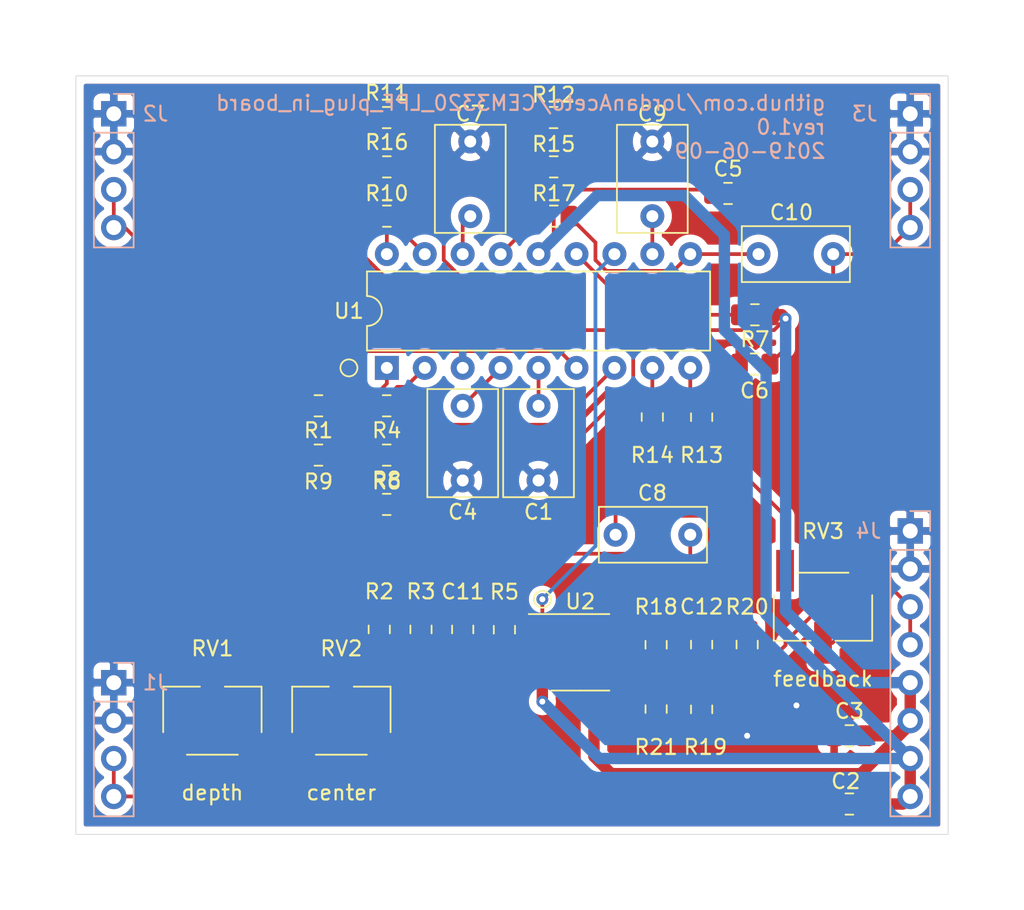
<source format=kicad_pcb>
(kicad_pcb (version 20171130) (host pcbnew 5.1.2-f72e74a~84~ubuntu18.04.1)
  (title_block (title "CEM3320 LPF plug-in board") (date 2019-06-09) (rev 1) (comment 2 creativecommons.org/licenses/by/4.0/) (comment 3 "License: CC by 4.0") (comment 4 "Author: Jordan Aceto"))
  (layers (0 F.Cu signal) (31 B.Cu signal) (34 B.Paste user) (35 F.Paste user) (36 B.SilkS user) (37 F.SilkS user) (38 B.Mask user) (39 F.Mask user) (44 Edge.Cuts user))
  (net 0 "")
  (net 1 GND)
  (net 2 "Net-(C1-Pad1)")
  (net 3 +12V)
  (net 4 -12V)
  (net 5 "Net-(C4-Pad1)")
  (net 6 "Net-(C7-Pad1)")
  (net 7 "Net-(C8-Pad2)")
  (net 8 "Net-(C9-Pad1)")
  (net 9 "Net-(C10-Pad2)")
  (net 10 /wet)
  (net 11 "Net-(J1-Pad3)")
  (net 12 /dry)
  (net 13 "Net-(J4-Pad3)")
  (net 14 "Net-(R1-Pad1)")
  (net 15 "Net-(R2-Pad2)")
  (net 16 "Net-(R3-Pad1)")
  (net 17 "Net-(R4-Pad1)")
  (net 18 "Net-(R6-Pad1)")
  (net 19 "Net-(R7-Pad2)")
  (net 20 "Net-(R10-Pad2)")
  (net 21 "Net-(R10-Pad1)")
  (net 22 "Net-(R12-Pad1)")
  (net 23 "Net-(R13-Pad2)")
  (net 24 "Net-(R13-Pad1)")
  (net 25 "Net-(R14-Pad2)")
  (net 26 "Net-(R15-Pad1)")
  (net 27 "Net-(R19-Pad1)")
  (net 28 "Net-(C11-Pad2)")
  (net 29 "Net-(C11-Pad1)")
  (net 30 "Net-(C12-Pad1)")
  (net 31 "Net-(C12-Pad2)")
  (module Capacitor_SMD:C_0805_2012Metric_Pad1.15x1.40mm_HandSolder (layer F.Cu) (at 168.91 114.291 270)
    (fp_text reference C12 (at -2.54 0 180) (layer F.SilkS))
    (fp_text value 100pF)
    (pad 2 smd roundrect (at 1.025 0 270) (size 1.15 1.4) (layers F.Cu F.Paste F.Mask) (roundrect_rratio 0.217391) (net 31 "Net-(C12-Pad2)"))
    (pad 1 smd roundrect (at -1.025 0 270) (size 1.15 1.4) (layers F.Cu F.Paste F.Mask) (roundrect_rratio 0.217391) (net 30 "Net-(C12-Pad1)"))
  )
  (module Capacitor_SMD:C_0805_2012Metric_Pad1.15x1.40mm_HandSolder (layer F.Cu) (at 152.908 113.275 90)
    (fp_text reference C11 (at 2.531 0 180) (layer F.SilkS))
    (fp_text value 100pF)
    (pad 2 smd roundrect (at 1.025 0 90) (size 1.15 1.4) (layers F.Cu F.Paste F.Mask) (roundrect_rratio 0.217391) (net 28 "Net-(C11-Pad2)"))
    (pad 1 smd roundrect (at -1.025 0 90) (size 1.15 1.4) (layers F.Cu F.Paste F.Mask) (roundrect_rratio 0.217391) (net 29 "Net-(C11-Pad1)"))
  )
  (module Package_SO:SOIC-8_3.9x4.9mm_P1.27mm (layer F.Cu) (at 160.782 114.808)
    (fp_text reference U2 (at 0 -3.4) (layer F.SilkS))
    (fp_text value TL072)
    (pad 8 smd roundrect (at 2.475 -1.905) (size 1.95 0.6) (layers F.Cu F.Paste F.Mask) (net 4 -12V))
    (pad 7 smd roundrect (at 2.475 -0.635) (size 1.95 0.6) (layers F.Cu F.Paste F.Mask) (net 30 "Net-(C12-Pad1)"))
    (pad 6 smd roundrect (at 2.475 0.635) (size 1.95 0.6) (layers F.Cu F.Paste F.Mask) (net 31 "Net-(C12-Pad2)"))
    (pad 5 smd roundrect (at 2.475 1.905) (size 1.95 0.6) (layers F.Cu F.Paste F.Mask) (net 27 "Net-(R19-Pad1)"))
    (pad 4 smd roundrect (at -2.475 1.905) (size 1.95 0.6) (layers F.Cu F.Paste F.Mask) (net 3 +12V))
    (pad 3 smd roundrect (at -2.475 0.635) (size 1.95 0.6) (layers F.Cu F.Paste F.Mask) (net 1 GND))
    (pad 2 smd roundrect (at -2.475 -0.635) (size 1.95 0.6) (layers F.Cu F.Paste F.Mask) (net 29 "Net-(C11-Pad1)"))
    (pad 1 smd roundrect (at -2.475 -1.905) (size 1.95 0.6) (layers F.Cu F.Paste F.Mask) (net 28 "Net-(C11-Pad2)"))
  )
  (module Package_DIP:DIP-18_W7.62mm (layer F.Cu) (at 147.828 95.758 90)
    (fp_text reference U1 (at 3.81 -2.54 180) (layer F.SilkS))
    (fp_text value CEM3320)
    (pad 18 thru_hole oval (at 7.62 0 90) (size 1.6 1.6) (drill 0.8) (layers *.Cu *.Mask) (net 26 "Net-(R15-Pad1)"))
    (pad 9 thru_hole oval (at 0 20.32 90) (size 1.6 1.6) (drill 0.8) (layers *.Cu *.Mask) (net 24 "Net-(R13-Pad1)"))
    (pad 17 thru_hole oval (at 7.62 2.54 90) (size 1.6 1.6) (drill 0.8) (layers *.Cu *.Mask) (net 21 "Net-(R10-Pad1)"))
    (pad 8 thru_hole oval (at 0 17.78 90) (size 1.6 1.6) (drill 0.8) (layers *.Cu *.Mask) (net 25 "Net-(R14-Pad2)"))
    (pad 16 thru_hole oval (at 7.62 5.08 90) (size 1.6 1.6) (drill 0.8) (layers *.Cu *.Mask) (net 6 "Net-(C7-Pad1)"))
    (pad 7 thru_hole oval (at 0 15.24 90) (size 1.6 1.6) (drill 0.8) (layers *.Cu *.Mask) (net 17 "Net-(R4-Pad1)"))
    (pad 15 thru_hole oval (at 7.62 7.62 90) (size 1.6 1.6) (drill 0.8) (layers *.Cu *.Mask) (net 22 "Net-(R12-Pad1)"))
    (pad 6 thru_hole oval (at 0 12.7 90) (size 1.6 1.6) (drill 0.8) (layers *.Cu *.Mask) (net 20 "Net-(R10-Pad2)"))
    (pad 14 thru_hole oval (at 7.62 10.16 90) (size 1.6 1.6) (drill 0.8) (layers *.Cu *.Mask) (net 3 +12V))
    (pad 5 thru_hole oval (at 0 10.16 90) (size 1.6 1.6) (drill 0.8) (layers *.Cu *.Mask) (net 2 "Net-(C1-Pad1)"))
    (pad 13 thru_hole oval (at 7.62 12.7 90) (size 1.6 1.6) (drill 0.8) (layers *.Cu *.Mask) (net 19 "Net-(R7-Pad2)"))
    (pad 4 thru_hole oval (at 0 7.62 90) (size 1.6 1.6) (drill 0.8) (layers *.Cu *.Mask) (net 5 "Net-(C4-Pad1)"))
    (pad 12 thru_hole oval (at 7.62 15.24 90) (size 1.6 1.6) (drill 0.8) (layers *.Cu *.Mask) (net 28 "Net-(C11-Pad2)"))
    (pad 3 thru_hole oval (at 0 5.08 90) (size 1.6 1.6) (drill 0.8) (layers *.Cu *.Mask) (net 1 GND))
    (pad 11 thru_hole oval (at 7.62 17.78 90) (size 1.6 1.6) (drill 0.8) (layers *.Cu *.Mask) (net 8 "Net-(C9-Pad1)"))
    (pad 2 thru_hole oval (at 0 2.54 90) (size 1.6 1.6) (drill 0.8) (layers *.Cu *.Mask) (net 18 "Net-(R6-Pad1)"))
    (pad 10 thru_hole oval (at 7.62 20.32 90) (size 1.6 1.6) (drill 0.8) (layers *.Cu *.Mask) (net 9 "Net-(C10-Pad2)"))
    (pad 1 thru_hole rect (at 0 0 90) (size 1.6 1.6) (drill 0.8) (layers *.Cu *.Mask) (net 14 "Net-(R1-Pad1)"))
  )
  (module Potentiometer_SMD:Potentiometer_Bourns_3269W_Vertical (layer F.Cu) (at 177.038 111.76)
    (fp_text reference RV3 (at 0 -5.06) (layer F.SilkS))
    (fp_text value 100k)
    (pad 3 smd rect (at -2.54 -2.415) (size 1.19 2.79) (layers F.Cu F.Paste F.Mask) (net 23 "Net-(R13-Pad2)"))
    (pad 2 smd rect (at 0 2.415) (size 1.19 2.79) (layers F.Cu F.Paste F.Mask) (net 13 "Net-(J4-Pad3)"))
    (pad 1 smd rect (at 2.54 -2.415) (size 1.19 2.79) (layers F.Cu F.Paste F.Mask) (net 13 "Net-(J4-Pad3)"))
  )
  (module Potentiometer_SMD:Potentiometer_Bourns_3269W_Vertical (layer F.Cu) (at 144.78 119.38 180)
    (fp_text reference RV2 (at 0 4.826) (layer F.SilkS))
    (fp_text value 100k)
    (pad 3 smd rect (at -2.54 -2.415 180) (size 1.19 2.79) (layers F.Cu F.Paste F.Mask) (net 1 GND))
    (pad 2 smd rect (at 0 2.415 180) (size 1.19 2.79) (layers F.Cu F.Paste F.Mask) (net 16 "Net-(R3-Pad1)"))
    (pad 1 smd rect (at 2.54 -2.415 180) (size 1.19 2.79) (layers F.Cu F.Paste F.Mask) (net 4 -12V))
  )
  (module Potentiometer_SMD:Potentiometer_Bourns_3269W_Vertical (layer F.Cu) (at 136.144 119.38 180)
    (fp_text reference RV1 (at 0 4.826) (layer F.SilkS))
    (fp_text value 10k)
    (pad 3 smd rect (at -2.54 -2.415 180) (size 1.19 2.79) (layers F.Cu F.Paste F.Mask) (net 11 "Net-(J1-Pad3)"))
    (pad 2 smd rect (at 0 2.415 180) (size 1.19 2.79) (layers F.Cu F.Paste F.Mask) (net 15 "Net-(R2-Pad2)"))
    (pad 1 smd rect (at 2.54 -2.415 180) (size 1.19 2.79) (layers F.Cu F.Paste F.Mask) (net 1 GND))
  )
  (module Resistor_SMD:R_0805_2012Metric_Pad1.15x1.40mm_HandSolder (layer F.Cu) (at 165.862 118.609 90)
    (fp_text reference R21 (at -2.549 0 180) (layer F.SilkS))
    (fp_text value 100k)
    (pad 2 smd roundrect (at 1.025 0 90) (size 1.15 1.4) (layers F.Cu F.Paste F.Mask) (roundrect_rratio 0.217391) (net 10 /wet))
    (pad 1 smd roundrect (at -1.025 0 90) (size 1.15 1.4) (layers F.Cu F.Paste F.Mask) (roundrect_rratio 0.217391) (net 27 "Net-(R19-Pad1)"))
  )
  (module Resistor_SMD:R_0805_2012Metric_Pad1.15x1.40mm_HandSolder (layer F.Cu) (at 171.958 114.291 270)
    (fp_text reference R20 (at -2.531 0 180) (layer F.SilkS))
    (fp_text value 150k)
    (pad 2 smd roundrect (at 1.025 0 270) (size 1.15 1.4) (layers F.Cu F.Paste F.Mask) (roundrect_rratio 0.217391) (net 31 "Net-(C12-Pad2)"))
    (pad 1 smd roundrect (at -1.025 0 270) (size 1.15 1.4) (layers F.Cu F.Paste F.Mask) (roundrect_rratio 0.217391) (net 12 /dry))
  )
  (module Resistor_SMD:R_0805_2012Metric_Pad1.15x1.40mm_HandSolder (layer F.Cu) (at 168.91 118.627 90)
    (fp_text reference R19 (at -2.531 0.254 180) (layer F.SilkS))
    (fp_text value 100k)
    (pad 2 smd roundrect (at 1.025 0 90) (size 1.15 1.4) (layers F.Cu F.Paste F.Mask) (roundrect_rratio 0.217391) (net 1 GND))
    (pad 1 smd roundrect (at -1.025 0 90) (size 1.15 1.4) (layers F.Cu F.Paste F.Mask) (roundrect_rratio 0.217391) (net 27 "Net-(R19-Pad1)"))
  )
  (module Resistor_SMD:R_0805_2012Metric_Pad1.15x1.40mm_HandSolder (layer F.Cu) (at 165.862 114.3 270)
    (fp_text reference R18 (at -2.54 0 180) (layer F.SilkS))
    (fp_text value 100k)
    (pad 2 smd roundrect (at 1.025 0 270) (size 1.15 1.4) (layers F.Cu F.Paste F.Mask) (roundrect_rratio 0.217391) (net 31 "Net-(C12-Pad2)"))
    (pad 1 smd roundrect (at -1.025 0 270) (size 1.15 1.4) (layers F.Cu F.Paste F.Mask) (roundrect_rratio 0.217391) (net 30 "Net-(C12-Pad1)"))
  )
  (module Resistor_SMD:R_0805_2012Metric_Pad1.15x1.40mm_HandSolder (layer F.Cu) (at 159.013 85.598 180)
    (fp_text reference R17 (at 0 1.524) (layer F.SilkS))
    (fp_text value 100k)
    (pad 2 smd roundrect (at 1.025 0 180) (size 1.15 1.4) (layers F.Cu F.Paste F.Mask) (roundrect_rratio 0.217391) (net 26 "Net-(R15-Pad1)"))
    (pad 1 smd roundrect (at -1.025 0 180) (size 1.15 1.4) (layers F.Cu F.Paste F.Mask) (roundrect_rratio 0.217391) (net 9 "Net-(C10-Pad2)"))
  )
  (module Resistor_SMD:R_0805_2012Metric_Pad1.15x1.40mm_HandSolder (layer F.Cu) (at 147.828 82.296)
    (fp_text reference R16 (at 0 -1.65) (layer F.SilkS))
    (fp_text value 180k)
    (pad 2 smd roundrect (at 1.025 0) (size 1.15 1.4) (layers F.Cu F.Paste F.Mask) (roundrect_rratio 0.217391) (net 4 -12V))
    (pad 1 smd roundrect (at -1.025 0) (size 1.15 1.4) (layers F.Cu F.Paste F.Mask) (roundrect_rratio 0.217391) (net 26 "Net-(R15-Pad1)"))
  )
  (module Resistor_SMD:R_0805_2012Metric_Pad1.15x1.40mm_HandSolder (layer F.Cu) (at 159.004 82.296 180)
    (fp_text reference R15 (at 0 1.524) (layer F.SilkS))
    (fp_text value 91k)
    (pad 2 smd roundrect (at 1.025 0 180) (size 1.15 1.4) (layers F.Cu F.Paste F.Mask) (roundrect_rratio 0.217391) (net 22 "Net-(R12-Pad1)"))
    (pad 1 smd roundrect (at -1.025 0 180) (size 1.15 1.4) (layers F.Cu F.Paste F.Mask) (roundrect_rratio 0.217391) (net 26 "Net-(R15-Pad1)"))
  )
  (module Resistor_SMD:R_0805_2012Metric_Pad1.15x1.40mm_HandSolder (layer F.Cu) (at 165.608 99.051 90)
    (fp_text reference R14 (at -2.549 0 180) (layer F.SilkS))
    (fp_text value 51k)
    (pad 2 smd roundrect (at 1.025 0 90) (size 1.15 1.4) (layers F.Cu F.Paste F.Mask) (roundrect_rratio 0.217391) (net 25 "Net-(R14-Pad2)"))
    (pad 1 smd roundrect (at -1.025 0 90) (size 1.15 1.4) (layers F.Cu F.Paste F.Mask) (roundrect_rratio 0.217391) (net 7 "Net-(C8-Pad2)"))
  )
  (module Resistor_SMD:R_0805_2012Metric_Pad1.15x1.40mm_HandSolder (layer F.Cu) (at 168.91 99.06 270)
    (fp_text reference R13 (at 2.54 0 180) (layer F.SilkS))
    (fp_text value 18k)
    (pad 2 smd roundrect (at 1.025 0 270) (size 1.15 1.4) (layers F.Cu F.Paste F.Mask) (roundrect_rratio 0.217391) (net 23 "Net-(R13-Pad2)"))
    (pad 1 smd roundrect (at -1.025 0 270) (size 1.15 1.4) (layers F.Cu F.Paste F.Mask) (roundrect_rratio 0.217391) (net 24 "Net-(R13-Pad1)"))
  )
  (module Resistor_SMD:R_0805_2012Metric_Pad1.15x1.40mm_HandSolder (layer F.Cu) (at 158.995 78.994 180)
    (fp_text reference R12 (at 0 1.524) (layer F.SilkS))
    (fp_text value 100k)
    (pad 2 smd roundrect (at 1.025 0 180) (size 1.15 1.4) (layers F.Cu F.Paste F.Mask) (roundrect_rratio 0.217391) (net 21 "Net-(R10-Pad1)"))
    (pad 1 smd roundrect (at -1.025 0 180) (size 1.15 1.4) (layers F.Cu F.Paste F.Mask) (roundrect_rratio 0.217391) (net 22 "Net-(R12-Pad1)"))
  )
  (module Resistor_SMD:R_0805_2012Metric_Pad1.15x1.40mm_HandSolder (layer F.Cu) (at 147.819 78.994)
    (fp_text reference R11 (at 0 -1.65) (layer F.SilkS))
    (fp_text value 180k)
    (pad 2 smd roundrect (at 1.025 0) (size 1.15 1.4) (layers F.Cu F.Paste F.Mask) (roundrect_rratio 0.217391) (net 4 -12V))
    (pad 1 smd roundrect (at -1.025 0) (size 1.15 1.4) (layers F.Cu F.Paste F.Mask) (roundrect_rratio 0.217391) (net 21 "Net-(R10-Pad1)"))
  )
  (module Resistor_SMD:R_0805_2012Metric_Pad1.15x1.40mm_HandSolder (layer F.Cu) (at 147.828 85.598 180)
    (fp_text reference R10 (at 0 1.524) (layer F.SilkS))
    (fp_text value 91k)
    (pad 2 smd roundrect (at 1.025 0 180) (size 1.15 1.4) (layers F.Cu F.Paste F.Mask) (roundrect_rratio 0.217391) (net 20 "Net-(R10-Pad2)"))
    (pad 1 smd roundrect (at -1.025 0 180) (size 1.15 1.4) (layers F.Cu F.Paste F.Mask) (roundrect_rratio 0.217391) (net 21 "Net-(R10-Pad1)"))
  )
  (module Resistor_SMD:R_0805_2012Metric_Pad1.15x1.40mm_HandSolder (layer F.Cu) (at 143.247 101.6)
    (fp_text reference R9 (at 0 1.778) (layer F.SilkS))
    (fp_text value 100k)
    (pad 2 smd roundrect (at 1.025 0) (size 1.15 1.4) (layers F.Cu F.Paste F.Mask) (roundrect_rratio 0.217391) (net 18 "Net-(R6-Pad1)"))
    (pad 1 smd roundrect (at -1.025 0) (size 1.15 1.4) (layers F.Cu F.Paste F.Mask) (roundrect_rratio 0.217391) (net 20 "Net-(R10-Pad2)"))
  )
  (module Resistor_SMD:R_0805_2012Metric_Pad1.15x1.40mm_HandSolder (layer F.Cu) (at 147.819 104.902)
    (fp_text reference R8 (at 0 -1.65) (layer F.SilkS))
    (fp_text value 180k)
    (pad 2 smd roundrect (at 1.025 0) (size 1.15 1.4) (layers F.Cu F.Paste F.Mask) (roundrect_rratio 0.217391) (net 4 -12V))
    (pad 1 smd roundrect (at -1.025 0) (size 1.15 1.4) (layers F.Cu F.Paste F.Mask) (roundrect_rratio 0.217391) (net 18 "Net-(R6-Pad1)"))
  )
  (module Resistor_SMD:R_0805_2012Metric_Pad1.15x1.40mm_HandSolder (layer F.Cu) (at 172.475 92.202 180)
    (fp_text reference R7 (at 0 -1.65) (layer F.SilkS))
    (fp_text value 1k2)
    (pad 2 smd roundrect (at 1.025 0 180) (size 1.15 1.4) (layers F.Cu F.Paste F.Mask) (roundrect_rratio 0.217391) (net 19 "Net-(R7-Pad2)"))
    (pad 1 smd roundrect (at -1.025 0 180) (size 1.15 1.4) (layers F.Cu F.Paste F.Mask) (roundrect_rratio 0.217391) (net 4 -12V))
  )
  (module Resistor_SMD:R_0805_2012Metric_Pad1.15x1.40mm_HandSolder (layer F.Cu) (at 147.819 101.6)
    (fp_text reference R6 (at 0 1.778) (layer F.SilkS))
    (fp_text value 91k)
    (pad 2 smd roundrect (at 1.025 0) (size 1.15 1.4) (layers F.Cu F.Paste F.Mask) (roundrect_rratio 0.217391) (net 17 "Net-(R4-Pad1)"))
    (pad 1 smd roundrect (at -1.025 0) (size 1.15 1.4) (layers F.Cu F.Paste F.Mask) (roundrect_rratio 0.217391) (net 18 "Net-(R6-Pad1)"))
  )
  (module Resistor_SMD:R_0805_2012Metric_Pad1.15x1.40mm_HandSolder (layer F.Cu) (at 155.702 113.293 270)
    (fp_text reference R5 (at -2.531 0 180) (layer F.SilkS))
    (fp_text value 10k)
    (pad 2 smd roundrect (at 1.025 0 270) (size 1.15 1.4) (layers F.Cu F.Paste F.Mask) (roundrect_rratio 0.217391) (net 29 "Net-(C11-Pad1)"))
    (pad 1 smd roundrect (at -1.025 0 270) (size 1.15 1.4) (layers F.Cu F.Paste F.Mask) (roundrect_rratio 0.217391) (net 28 "Net-(C11-Pad2)"))
  )
  (module Resistor_SMD:R_0805_2012Metric_Pad1.15x1.40mm_HandSolder (layer F.Cu) (at 147.819 98.298 180)
    (fp_text reference R4 (at 0 -1.65) (layer F.SilkS))
    (fp_text value 100k)
    (pad 2 smd roundrect (at 1.025 0 180) (size 1.15 1.4) (layers F.Cu F.Paste F.Mask) (roundrect_rratio 0.217391) (net 14 "Net-(R1-Pad1)"))
    (pad 1 smd roundrect (at -1.025 0 180) (size 1.15 1.4) (layers F.Cu F.Paste F.Mask) (roundrect_rratio 0.217391) (net 17 "Net-(R4-Pad1)"))
  )
  (module Resistor_SMD:R_0805_2012Metric_Pad1.15x1.40mm_HandSolder (layer F.Cu) (at 150.114 113.275 270)
    (fp_text reference R3 (at -2.54 0 180) (layer F.SilkS))
    (fp_text value 330k)
    (pad 2 smd roundrect (at 1.025 0 270) (size 1.15 1.4) (layers F.Cu F.Paste F.Mask) (roundrect_rratio 0.217391) (net 29 "Net-(C11-Pad1)"))
    (pad 1 smd roundrect (at -1.025 0 270) (size 1.15 1.4) (layers F.Cu F.Paste F.Mask) (roundrect_rratio 0.217391) (net 16 "Net-(R3-Pad1)"))
  )
  (module Resistor_SMD:R_0805_2012Metric_Pad1.15x1.40mm_HandSolder (layer F.Cu) (at 147.32 113.275 90)
    (fp_text reference R2 (at 2.54 0 180) (layer F.SilkS))
    (fp_text value 100k)
    (pad 2 smd roundrect (at 1.025 0 90) (size 1.15 1.4) (layers F.Cu F.Paste F.Mask) (roundrect_rratio 0.217391) (net 15 "Net-(R2-Pad2)"))
    (pad 1 smd roundrect (at -1.025 0 90) (size 1.15 1.4) (layers F.Cu F.Paste F.Mask) (roundrect_rratio 0.217391) (net 29 "Net-(C11-Pad1)"))
  )
  (module Resistor_SMD:R_0805_2012Metric_Pad1.15x1.40mm_HandSolder (layer F.Cu) (at 143.247 98.298 180)
    (fp_text reference R1 (at 0 -1.65) (layer F.SilkS))
    (fp_text value 91k)
    (pad 2 smd roundrect (at 1.025 0 180) (size 1.15 1.4) (layers F.Cu F.Paste F.Mask) (roundrect_rratio 0.217391) (net 12 /dry))
    (pad 1 smd roundrect (at -1.025 0 180) (size 1.15 1.4) (layers F.Cu F.Paste F.Mask) (roundrect_rratio 0.217391) (net 14 "Net-(R1-Pad1)"))
  )
  (module Connector_PinHeader_2.54mm:PinHeader_1x08_P2.54mm_Vertical (layer B.Cu) (at 182.88 106.68 180)
    (fp_text reference J4 (at 2.794 0) (layer B.SilkS) (effects (justify mirror)))
    (fp_text value Conn_01x08_Male)
    (pad 8 thru_hole oval (at 0 -17.78 180) (size 1.7 1.7) (drill 1) (layers *.Cu *.Mask) (net 3 +12V))
    (pad 7 thru_hole oval (at 0 -15.24 180) (size 1.7 1.7) (drill 1) (layers *.Cu *.Mask) (net 3 +12V))
    (pad 6 thru_hole oval (at 0 -12.7 180) (size 1.7 1.7) (drill 1) (layers *.Cu *.Mask) (net 4 -12V))
    (pad 5 thru_hole oval (at 0 -10.16 180) (size 1.7 1.7) (drill 1) (layers *.Cu *.Mask) (net 4 -12V))
    (pad 4 thru_hole oval (at 0 -7.62 180) (size 1.7 1.7) (drill 1) (layers *.Cu *.Mask) (net 13 "Net-(J4-Pad3)"))
    (pad 3 thru_hole oval (at 0 -5.08 180) (size 1.7 1.7) (drill 1) (layers *.Cu *.Mask) (net 13 "Net-(J4-Pad3)"))
    (pad 2 thru_hole oval (at 0 -2.54 180) (size 1.7 1.7) (drill 1) (layers *.Cu *.Mask) (net 1 GND))
    (pad 1 thru_hole rect (at 0 0 180) (size 1.7 1.7) (drill 1) (layers *.Cu *.Mask) (net 1 GND))
  )
  (module Connector_PinHeader_2.54mm:PinHeader_1x04_P2.54mm_Vertical (layer B.Cu) (at 182.88 78.74 180)
    (fp_text reference J3 (at 3.048 0) (layer B.SilkS) (effects (justify mirror)))
    (fp_text value signal_out)
    (pad 4 thru_hole oval (at 0 -7.62 180) (size 1.7 1.7) (drill 1) (layers *.Cu *.Mask) (net 10 /wet))
    (pad 3 thru_hole oval (at 0 -5.08 180) (size 1.7 1.7) (drill 1) (layers *.Cu *.Mask) (net 10 /wet))
    (pad 2 thru_hole oval (at 0 -2.54 180) (size 1.7 1.7) (drill 1) (layers *.Cu *.Mask) (net 1 GND))
    (pad 1 thru_hole rect (at 0 0 180) (size 1.7 1.7) (drill 1) (layers *.Cu *.Mask) (net 1 GND))
  )
  (module Connector_PinHeader_2.54mm:PinHeader_1x04_P2.54mm_Vertical (layer B.Cu) (at 129.54 78.74 180)
    (fp_text reference J2 (at -2.794 0) (layer B.SilkS) (effects (justify mirror)))
    (fp_text value signal_in)
    (pad 4 thru_hole oval (at 0 -7.62 180) (size 1.7 1.7) (drill 1) (layers *.Cu *.Mask) (net 12 /dry))
    (pad 3 thru_hole oval (at 0 -5.08 180) (size 1.7 1.7) (drill 1) (layers *.Cu *.Mask) (net 12 /dry))
    (pad 2 thru_hole oval (at 0 -2.54 180) (size 1.7 1.7) (drill 1) (layers *.Cu *.Mask) (net 1 GND))
    (pad 1 thru_hole rect (at 0 0 180) (size 1.7 1.7) (drill 1) (layers *.Cu *.Mask) (net 1 GND))
  )
  (module Connector_PinHeader_2.54mm:PinHeader_1x04_P2.54mm_Vertical (layer B.Cu) (at 129.54 116.84 180)
    (fp_text reference J1 (at -2.794 0) (layer B.SilkS) (effects (justify mirror)))
    (fp_text value signal_in)
    (pad 4 thru_hole oval (at 0 -7.62 180) (size 1.7 1.7) (drill 1) (layers *.Cu *.Mask) (net 11 "Net-(J1-Pad3)"))
    (pad 3 thru_hole oval (at 0 -5.08 180) (size 1.7 1.7) (drill 1) (layers *.Cu *.Mask) (net 11 "Net-(J1-Pad3)"))
    (pad 2 thru_hole oval (at 0 -2.54 180) (size 1.7 1.7) (drill 1) (layers *.Cu *.Mask) (net 1 GND))
    (pad 1 thru_hole rect (at 0 0 180) (size 1.7 1.7) (drill 1) (layers *.Cu *.Mask) (net 1 GND))
  )
  (module Capacitor_THT:C_Rect_L7.0mm_W3.5mm_P5.00mm (layer F.Cu) (at 177.72 88.138 180)
    (fp_text reference C10 (at 2.794 2.794) (layer F.SilkS))
    (fp_text value 470nF)
    (pad 2 thru_hole circle (at 5 0 180) (size 1.6 1.6) (drill 0.8) (layers *.Cu *.Mask) (net 9 "Net-(C10-Pad2)"))
    (pad 1 thru_hole circle (at 0 0 180) (size 1.6 1.6) (drill 0.8) (layers *.Cu *.Mask) (net 10 /wet))
  )
  (module Capacitor_THT:C_Rect_L7.0mm_W4.5mm_P5.00mm (layer F.Cu) (at 165.608 85.598 90)
    (fp_text reference C9 (at 6.858 0 180) (layer F.SilkS))
    (fp_text value 220pF)
    (pad 2 thru_hole circle (at 5 0 90) (size 1.6 1.6) (drill 0.8) (layers *.Cu *.Mask) (net 1 GND))
    (pad 1 thru_hole circle (at 0 0 90) (size 1.6 1.6) (drill 0.8) (layers *.Cu *.Mask) (net 8 "Net-(C9-Pad1)"))
  )
  (module Capacitor_THT:C_Rect_L7.0mm_W3.5mm_P5.00mm (layer F.Cu) (at 168.148 106.934 180)
    (fp_text reference C8 (at 2.54 2.794) (layer F.SilkS))
    (fp_text value 470nF)
    (pad 2 thru_hole circle (at 5 0 180) (size 1.6 1.6) (drill 0.8) (layers *.Cu *.Mask) (net 7 "Net-(C8-Pad2)"))
    (pad 1 thru_hole circle (at 0 0 180) (size 1.6 1.6) (drill 0.8) (layers *.Cu *.Mask) (net 30 "Net-(C12-Pad1)"))
  )
  (module Capacitor_THT:C_Rect_L7.0mm_W4.5mm_P5.00mm (layer F.Cu) (at 153.416 85.598 90)
    (fp_text reference C7 (at 6.858 0 180) (layer F.SilkS))
    (fp_text value 220pF)
    (pad 2 thru_hole circle (at 5 0 90) (size 1.6 1.6) (drill 0.8) (layers *.Cu *.Mask) (net 1 GND))
    (pad 1 thru_hole circle (at 0 0 90) (size 1.6 1.6) (drill 0.8) (layers *.Cu *.Mask) (net 6 "Net-(C7-Pad1)"))
  )
  (module Capacitor_SMD:C_0805_2012Metric_Pad1.15x1.40mm_HandSolder (layer F.Cu) (at 172.457 95.504)
    (fp_text reference C6 (at 0 1.778) (layer F.SilkS))
    (fp_text value 100nF)
    (pad 2 smd roundrect (at 1.025 0) (size 1.15 1.4) (layers F.Cu F.Paste F.Mask) (roundrect_rratio 0.217391) (net 4 -12V))
    (pad 1 smd roundrect (at -1.025 0) (size 1.15 1.4) (layers F.Cu F.Paste F.Mask) (roundrect_rratio 0.217391) (net 1 GND))
  )
  (module Capacitor_SMD:C_0805_2012Metric_Pad1.15x1.40mm_HandSolder (layer F.Cu) (at 170.679 84.074)
    (fp_text reference C5 (at 0 -1.65) (layer F.SilkS))
    (fp_text value 100nF)
    (pad 2 smd roundrect (at 1.025 0) (size 1.15 1.4) (layers F.Cu F.Paste F.Mask) (roundrect_rratio 0.217391) (net 1 GND))
    (pad 1 smd roundrect (at -1.025 0) (size 1.15 1.4) (layers F.Cu F.Paste F.Mask) (roundrect_rratio 0.217391) (net 3 +12V))
  )
  (module Capacitor_THT:C_Rect_L7.0mm_W4.5mm_P5.00mm (layer F.Cu) (at 152.908 98.298 270)
    (fp_text reference C4 (at 7.112 0 180) (layer F.SilkS))
    (fp_text value 220pF)
    (pad 2 thru_hole circle (at 5 0 270) (size 1.6 1.6) (drill 0.8) (layers *.Cu *.Mask) (net 1 GND))
    (pad 1 thru_hole circle (at 0 0 270) (size 1.6 1.6) (drill 0.8) (layers *.Cu *.Mask) (net 5 "Net-(C4-Pad1)"))
  )
  (module Capacitor_SMD:C_0805_2012Metric_Pad1.15x1.40mm_HandSolder (layer F.Cu) (at 178.807 120.396)
    (fp_text reference C3 (at 0 -1.65) (layer F.SilkS))
    (fp_text value 100nF)
    (pad 2 smd roundrect (at 1.025 0) (size 1.15 1.4) (layers F.Cu F.Paste F.Mask) (roundrect_rratio 0.217391) (net 4 -12V))
    (pad 1 smd roundrect (at -1.025 0) (size 1.15 1.4) (layers F.Cu F.Paste F.Mask) (roundrect_rratio 0.217391) (net 1 GND))
  )
  (module Capacitor_SMD:C_0805_2012Metric_Pad1.15x1.40mm_HandSolder (layer F.Cu) (at 178.807 124.968 180)
    (fp_text reference C2 (at 0.245 1.524) (layer F.SilkS))
    (fp_text value 100nF)
    (pad 2 smd roundrect (at 1.025 0 180) (size 1.15 1.4) (layers F.Cu F.Paste F.Mask) (roundrect_rratio 0.217391) (net 1 GND))
    (pad 1 smd roundrect (at -1.025 0 180) (size 1.15 1.4) (layers F.Cu F.Paste F.Mask) (roundrect_rratio 0.217391) (net 3 +12V))
  )
  (module Capacitor_THT:C_Rect_L7.0mm_W4.5mm_P5.00mm (layer F.Cu) (at 157.988 98.298 270)
    (fp_text reference C1 (at 7.112 0 180) (layer F.SilkS))
    (fp_text value 220pF)
    (pad 2 thru_hole circle (at 5 0 270) (size 1.6 1.6) (drill 0.8) (layers *.Cu *.Mask) (net 1 GND))
    (pad 1 thru_hole circle (at 0 0 270) (size 1.6 1.6) (drill 0.8) (layers *.Cu *.Mask) (net 2 "Net-(C1-Pad1)"))
  )
  (gr_text "github.com/JordanAceto/CEM3320_LPF_plug_in_board\nrev1.0\n2019-06-09" (at 177.292 79.629) (layer B.SilkS) (effects (font (size 1 1)) (justify left mirror)))
  (gr_text feedback (at 177.038 116.586) (layer F.SilkS) (effects (font (size 1 1))))
  (gr_text center (at 144.78 124.206) (layer F.SilkS) (effects (font (size 1 1))))
  (gr_text depth (at 136.144 124.206) (layer F.SilkS) (effects (font (size 1 1))))
  (gr_circle (center 158.242 111.252) (end 158.496 111.76) (layer F.SilkS) (width 0.12))
  (gr_circle (center 145.288 95.758) (end 145.542 96.266) (layer F.SilkS) (width 0.12))
  (gr_line (start 127 76.2) (end 127 127) (layer Edge.Cuts) (width 0.05))
  (gr_line (start 185.42 76.2) (end 185.42 127) (layer Edge.Cuts) (width 0.05))
  (gr_line (start 127 127) (end 185.42 127) (layer Edge.Cuts) (width 0.05))
  (gr_line (start 127 76.2) (end 185.42 76.2) (layer Edge.Cuts) (width 0.05))
  (via (at 171.958 120.396) (size 0.8) (drill 0.4) (layers F.Cu B.Cu) (net 1))
  (via (at 175.26 118.364) (size 0.8) (drill 0.4) (layers F.Cu B.Cu) (net 1))
  (segment (start 157.988 97.16663) (end 157.988 95.758) (width 0.25) (layer F.Cu) (net 2))
  (segment (start 157.988 98.298) (end 157.988 97.16663) (width 0.25) (layer F.Cu) (net 2))
  (via (at 158.242 118.11) (size 0.8) (drill 0.4) (layers F.Cu B.Cu) (net 3))
  (segment (start 182.88 121.92) (end 162.052 121.92) (width 0.762) (layer B.Cu) (net 3))
  (segment (start 162.052 121.92) (end 158.242 118.11) (width 0.762) (layer B.Cu) (net 3))
  (segment (start 158.242 116.778) (end 158.307 116.713) (width 0.762) (layer F.Cu) (net 3))
  (segment (start 158.242 118.11) (end 158.242 116.778) (width 0.762) (layer F.Cu) (net 3))
  (segment (start 173.228 96.012) (end 170.434 93.218) (width 0.762) (layer B.Cu) (net 3))
  (segment (start 161.909001 84.216999) (end 158.787999 87.338001) (width 0.762) (layer B.Cu) (net 3))
  (segment (start 173.228 112.268) (end 173.228 96.012) (width 0.762) (layer B.Cu) (net 3))
  (segment (start 158.787999 87.338001) (end 157.988 88.138) (width 0.762) (layer B.Cu) (net 3))
  (segment (start 182.88 121.92) (end 173.228 112.268) (width 0.762) (layer B.Cu) (net 3))
  (segment (start 170.434 93.218) (end 170.434 86.868) (width 0.762) (layer B.Cu) (net 3))
  (segment (start 170.434 86.868) (end 167.782999 84.216999) (width 0.762) (layer B.Cu) (net 3))
  (segment (start 167.782999 84.216999) (end 161.909001 84.216999) (width 0.762) (layer B.Cu) (net 3))
  (segment (start 182.372 124.968) (end 182.88 124.46) (width 0.762) (layer F.Cu) (net 3))
  (segment (start 179.832 124.968) (end 182.372 124.968) (width 0.762) (layer F.Cu) (net 3))
  (segment (start 182.88 121.92) (end 182.88 124.46) (width 0.762) (layer F.Cu) (net 3))
  (segment (start 169.4 83.82) (end 169.654 84.074) (width 0.25) (layer F.Cu) (net 3))
  (segment (start 160.22781 83.82) (end 169.4 83.82) (width 0.25) (layer F.Cu) (net 3))
  (segment (start 159.004 85.04381) (end 160.22781 83.82) (width 0.25) (layer F.Cu) (net 3))
  (segment (start 157.988 88.138) (end 159.004 87.122) (width 0.25) (layer F.Cu) (net 3))
  (segment (start 159.004 87.122) (end 159.004 85.04381) (width 0.25) (layer F.Cu) (net 3))
  (segment (start 148.844 82.287) (end 148.853 82.296) (width 0.25) (layer F.Cu) (net 4))
  (segment (start 148.844 78.994) (end 148.844 82.287) (width 0.25) (layer F.Cu) (net 4))
  (segment (start 173.76398 93.22701) (end 174.134991 92.855999) (width 0.25) (layer F.Cu) (net 4))
  (segment (start 173.5 92.202) (end 174.28099 92.202) (width 0.762) (layer F.Cu) (net 4))
  (segment (start 164.32899 93.22701) (end 173.76398 93.22701) (width 0.25) (layer F.Cu) (net 4))
  (segment (start 174.28099 92.202) (end 174.53499 92.456) (width 0.762) (layer F.Cu) (net 4))
  (via (at 174.53499 92.456) (size 0.8) (drill 0.4) (layers F.Cu B.Cu) (net 4))
  (segment (start 174.134991 92.855999) (end 174.53499 92.456) (width 0.25) (layer F.Cu) (net 4))
  (segment (start 174.53499 93.021685) (end 174.53499 92.456) (width 0.762) (layer B.Cu) (net 4))
  (segment (start 174.53499 112.05099) (end 174.53499 93.021685) (width 0.762) (layer B.Cu) (net 4))
  (segment (start 179.324 116.84) (end 174.53499 112.05099) (width 0.762) (layer B.Cu) (net 4))
  (segment (start 182.88 116.84) (end 179.324 116.84) (width 0.762) (layer B.Cu) (net 4))
  (segment (start 182.88 116.84) (end 182.88 119.38) (width 0.762) (layer F.Cu) (net 4))
  (segment (start 174.53499 94.45101) (end 174.53499 92.456) (width 0.25) (layer F.Cu) (net 4))
  (segment (start 173.482 95.504) (end 174.53499 94.45101) (width 0.25) (layer F.Cu) (net 4))
  (segment (start 162.182 112.903) (end 163.257 112.903) (width 0.762) (layer F.Cu) (net 4))
  (segment (start 182.88 119.38) (end 182.88 119.634) (width 0.762) (layer F.Cu) (net 4))
  (segment (start 162.854886 122.936) (end 161.70099 121.782104) (width 0.762) (layer F.Cu) (net 4))
  (segment (start 182.88 119.634) (end 179.578 122.936) (width 0.762) (layer F.Cu) (net 4))
  (segment (start 161.70099 113.38401) (end 162.182 112.903) (width 0.762) (layer F.Cu) (net 4))
  (segment (start 179.578 122.936) (end 162.854886 122.936) (width 0.762) (layer F.Cu) (net 4))
  (segment (start 161.70099 121.782104) (end 161.70099 113.38401) (width 0.762) (layer F.Cu) (net 4))
  (segment (start 181.864 120.396) (end 182.88 119.38) (width 0.762) (layer F.Cu) (net 4))
  (segment (start 179.832 120.396) (end 181.864 120.396) (width 0.762) (layer F.Cu) (net 4))
  (segment (start 156.332008 93.22701) (end 164.32899 93.22701) (width 0.25) (layer F.Cu) (net 4))
  (segment (start 151.638 88.533002) (end 156.332008 93.22701) (width 0.25) (layer F.Cu) (net 4))
  (segment (start 148.853 82.296) (end 148.853 83.829) (width 0.25) (layer F.Cu) (net 4))
  (segment (start 151.638 86.614) (end 151.638 88.533002) (width 0.25) (layer F.Cu) (net 4))
  (segment (start 148.853 83.829) (end 151.638 86.614) (width 0.25) (layer F.Cu) (net 4))
  (segment (start 159.54725 101.6) (end 164.32899 96.81826) (width 0.25) (layer F.Cu) (net 4))
  (segment (start 157.48 101.6) (end 159.54725 101.6) (width 0.25) (layer F.Cu) (net 4))
  (segment (start 148.844 104.902) (end 154.178 104.902) (width 0.25) (layer F.Cu) (net 4))
  (segment (start 164.32899 96.81826) (end 164.32899 93.22701) (width 0.25) (layer F.Cu) (net 4))
  (segment (start 154.178 104.902) (end 157.48 101.6) (width 0.25) (layer F.Cu) (net 4))
  (segment (start 145.573001 123.771001) (end 143.597 121.795) (width 0.762) (layer F.Cu) (net 4))
  (segment (start 143.597 121.795) (end 142.24 121.795) (width 0.762) (layer F.Cu) (net 4))
  (segment (start 162.019885 123.771001) (end 145.573001 123.771001) (width 0.762) (layer F.Cu) (net 4))
  (segment (start 162.854886 122.936) (end 162.019885 123.771001) (width 0.762) (layer F.Cu) (net 4))
  (segment (start 153.707999 97.498001) (end 155.448 95.758) (width 0.25) (layer F.Cu) (net 5))
  (segment (start 152.908 98.298) (end 153.707999 97.498001) (width 0.25) (layer F.Cu) (net 5))
  (segment (start 152.908 86.106) (end 153.416 85.598) (width 0.25) (layer F.Cu) (net 6))
  (segment (start 152.908 88.138) (end 152.908 86.106) (width 0.25) (layer F.Cu) (net 6))
  (segment (start 163.148 102.536) (end 165.608 100.076) (width 0.25) (layer F.Cu) (net 7))
  (segment (start 163.148 106.934) (end 163.148 102.536) (width 0.25) (layer F.Cu) (net 7))
  (segment (start 165.608 88.138) (end 165.608 85.598) (width 0.25) (layer F.Cu) (net 8))
  (segment (start 168.148 88.138) (end 172.72 88.138) (width 0.25) (layer F.Cu) (net 9))
  (segment (start 160.661372 86.221372) (end 160.038 85.598) (width 0.25) (layer F.Cu) (net 9))
  (segment (start 161.798 88.533002) (end 161.798 87.358) (width 0.25) (layer F.Cu) (net 9))
  (segment (start 168.148 88.138) (end 167.022999 89.263001) (width 0.25) (layer F.Cu) (net 9))
  (segment (start 161.798 87.358) (end 160.661372 86.221372) (width 0.25) (layer F.Cu) (net 9))
  (segment (start 162.527999 89.263001) (end 161.798 88.533002) (width 0.25) (layer F.Cu) (net 9))
  (segment (start 167.022999 89.263001) (end 162.527999 89.263001) (width 0.25) (layer F.Cu) (net 9))
  (segment (start 181.102 88.138) (end 182.88 86.36) (width 0.25) (layer F.Cu) (net 10))
  (segment (start 177.72 88.138) (end 181.102 88.138) (width 0.25) (layer F.Cu) (net 10))
  (segment (start 182.88 86.36) (end 182.88 83.82) (width 0.25) (layer F.Cu) (net 10))
  (segment (start 177.72 89.26937) (end 177.72 88.138) (width 0.25) (layer F.Cu) (net 10))
  (segment (start 166.987 116.459) (end 172.40319 116.459) (width 0.25) (layer F.Cu) (net 10))
  (segment (start 177.72 88.98) (end 177.72 88.138) (width 0.25) (layer F.Cu) (net 10))
  (segment (start 165.862 117.584) (end 166.987 116.459) (width 0.25) (layer F.Cu) (net 10))
  (segment (start 177.72 110.917998) (end 177.72 88.98) (width 0.25) (layer F.Cu) (net 10))
  (segment (start 172.40319 116.459) (end 174.530095 114.332095) (width 0.25) (layer F.Cu) (net 10))
  (segment (start 174.530095 114.332095) (end 174.530095 114.107903) (width 0.25) (layer F.Cu) (net 10))
  (segment (start 174.530095 114.107903) (end 177.72 110.917998) (width 0.25) (layer F.Cu) (net 10))
  (segment (start 129.54 121.92) (end 129.54 124.46) (width 0.25) (layer F.Cu) (net 11))
  (segment (start 138.684 121.325) (end 138.684 120.525) (width 0.25) (layer F.Cu) (net 11))
  (segment (start 135.549 124.46) (end 138.684 121.325) (width 0.25) (layer F.Cu) (net 11))
  (segment (start 129.54 124.46) (end 135.549 124.46) (width 0.25) (layer F.Cu) (net 11))
  (segment (start 130.284 86.36) (end 129.54 86.36) (width 0.25) (layer F.Cu) (net 12))
  (segment (start 142.222 98.298) (end 130.284 86.36) (width 0.25) (layer F.Cu) (net 12))
  (segment (start 129.54 85.157919) (end 129.54 83.82) (width 0.25) (layer F.Cu) (net 12))
  (segment (start 129.54 86.36) (end 129.54 85.157919) (width 0.25) (layer F.Cu) (net 12))
  (segment (start 141.598628 98.921372) (end 142.222 98.298) (width 0.25) (layer F.Cu) (net 12))
  (segment (start 141.32199 102.28818) (end 141.32199 99.19801) (width 0.25) (layer F.Cu) (net 12))
  (segment (start 147.23781 108.204) (end 141.32199 102.28818) (width 0.25) (layer F.Cu) (net 12))
  (segment (start 169.418 110.726) (end 169.418 106.172) (width 0.25) (layer F.Cu) (net 12))
  (segment (start 141.32199 99.19801) (end 141.598628 98.921372) (width 0.25) (layer F.Cu) (net 12))
  (segment (start 171.958 113.266) (end 169.418 110.726) (width 0.25) (layer F.Cu) (net 12))
  (segment (start 168.91 105.664) (end 167.132 105.664) (width 0.25) (layer F.Cu) (net 12))
  (segment (start 164.592 108.204) (end 147.23781 108.204) (width 0.25) (layer F.Cu) (net 12))
  (segment (start 169.418 106.172) (end 168.91 105.664) (width 0.25) (layer F.Cu) (net 12))
  (segment (start 167.132 105.664) (end 164.592 108.204) (width 0.25) (layer F.Cu) (net 12))
  (segment (start 182.88 114.3) (end 182.88 111.76) (width 0.25) (layer F.Cu) (net 13))
  (segment (start 180.465 109.345) (end 179.578 109.345) (width 0.25) (layer F.Cu) (net 13))
  (segment (start 182.88 111.76) (end 180.465 109.345) (width 0.25) (layer F.Cu) (net 13))
  (segment (start 179.578 112.268) (end 179.578 109.345) (width 0.25) (layer F.Cu) (net 13))
  (segment (start 177.038 114.175) (end 177.671 114.175) (width 0.25) (layer F.Cu) (net 13))
  (segment (start 177.671 114.175) (end 179.578 112.268) (width 0.25) (layer F.Cu) (net 13))
  (segment (start 146.794 98.298) (end 144.78 98.298) (width 0.25) (layer F.Cu) (net 14))
  (segment (start 147.828 96.808) (end 146.794 97.842) (width 0.25) (layer F.Cu) (net 14))
  (segment (start 147.828 95.758) (end 147.828 96.808) (width 0.25) (layer F.Cu) (net 14))
  (segment (start 146.794 97.842) (end 146.794 98.298) (width 0.25) (layer F.Cu) (net 14))
  (segment (start 146.52 112.25) (end 147.32 112.25) (width 0.25) (layer F.Cu) (net 15))
  (segment (start 141.704 112.25) (end 146.52 112.25) (width 0.25) (layer F.Cu) (net 15))
  (segment (start 136.989 116.965) (end 141.704 112.25) (width 0.25) (layer F.Cu) (net 15))
  (segment (start 136.144 116.965) (end 136.989 116.965) (width 0.25) (layer F.Cu) (net 15))
  (segment (start 149.21399 113.15001) (end 149.490628 112.873372) (width 0.25) (layer F.Cu) (net 16))
  (segment (start 144.78 115.25181) (end 146.8818 113.15001) (width 0.25) (layer F.Cu) (net 16))
  (segment (start 149.490628 112.873372) (end 150.114 112.25) (width 0.25) (layer F.Cu) (net 16))
  (segment (start 146.8818 113.15001) (end 149.21399 113.15001) (width 0.25) (layer F.Cu) (net 16))
  (segment (start 144.78 116.965) (end 144.78 115.25181) (width 0.25) (layer F.Cu) (net 16))
  (segment (start 148.844 100.8) (end 148.844 98.298) (width 0.25) (layer F.Cu) (net 17))
  (segment (start 148.844 101.6) (end 148.844 100.8) (width 0.25) (layer F.Cu) (net 17))
  (segment (start 149.467372 98.921372) (end 148.844 98.298) (width 0.25) (layer F.Cu) (net 17))
  (segment (start 150.114 99.568) (end 149.467372 98.921372) (width 0.25) (layer F.Cu) (net 17))
  (segment (start 163.068 95.758) (end 159.258 99.568) (width 0.25) (layer F.Cu) (net 17))
  (segment (start 159.258 99.568) (end 150.114 99.568) (width 0.25) (layer F.Cu) (net 17))
  (segment (start 144.947 101.6) (end 146.794 101.6) (width 0.25) (layer F.Cu) (net 18))
  (segment (start 144.272 101.6) (end 144.947 101.6) (width 0.25) (layer F.Cu) (net 18))
  (segment (start 146.794 101.6) (end 146.794 104.902) (width 0.25) (layer F.Cu) (net 18))
  (segment (start 147.417372 100.976628) (end 146.794 101.6) (width 0.25) (layer F.Cu) (net 18))
  (segment (start 147.828 97.72581) (end 147.828 100.566) (width 0.25) (layer F.Cu) (net 18))
  (segment (start 148.52581 97.028) (end 147.828 97.72581) (width 0.25) (layer F.Cu) (net 18))
  (segment (start 147.828 100.566) (end 147.417372 100.976628) (width 0.25) (layer F.Cu) (net 18))
  (segment (start 150.368 95.758) (end 149.098 97.028) (width 0.25) (layer F.Cu) (net 18))
  (segment (start 149.098 97.028) (end 148.52581 97.028) (width 0.25) (layer F.Cu) (net 18))
  (segment (start 164.592 92.202) (end 160.528 88.138) (width 0.25) (layer F.Cu) (net 19))
  (segment (start 171.45 92.202) (end 164.592 92.202) (width 0.25) (layer F.Cu) (net 19))
  (segment (start 159.402999 94.632999) (end 159.728001 94.958001) (width 0.25) (layer F.Cu) (net 20))
  (segment (start 146.179628 88.15463) (end 152.657997 94.632999) (width 0.25) (layer F.Cu) (net 20))
  (segment (start 159.728001 94.958001) (end 160.528 95.758) (width 0.25) (layer F.Cu) (net 20))
  (segment (start 146.179628 86.221372) (end 146.179628 88.15463) (width 0.25) (layer F.Cu) (net 20))
  (segment (start 146.803 85.598) (end 146.179628 86.221372) (width 0.25) (layer F.Cu) (net 20))
  (segment (start 152.657997 94.632999) (end 153.017001 94.632999) (width 0.25) (layer F.Cu) (net 20))
  (segment (start 153.017001 94.632999) (end 159.402999 94.632999) (width 0.25) (layer F.Cu) (net 20))
  (segment (start 146.348811 94.632999) (end 153.017001 94.632999) (width 0.25) (layer F.Cu) (net 20))
  (segment (start 143.256 97.72581) (end 146.348811 94.632999) (width 0.25) (layer F.Cu) (net 20))
  (segment (start 142.222 101.6) (end 143.256 100.566) (width 0.25) (layer F.Cu) (net 20))
  (segment (start 143.256 100.566) (end 143.256 97.72581) (width 0.25) (layer F.Cu) (net 20))
  (segment (start 148.853 86.623) (end 148.853 85.598) (width 0.25) (layer F.Cu) (net 21))
  (segment (start 150.368 88.138) (end 148.853 86.623) (width 0.25) (layer F.Cu) (net 21))
  (segment (start 147.417372 78.370628) (end 146.794 78.994) (width 0.25) (layer F.Cu) (net 21))
  (segment (start 156.94499 77.96899) (end 147.81901 77.96899) (width 0.25) (layer F.Cu) (net 21))
  (segment (start 147.81901 77.96899) (end 147.417372 78.370628) (width 0.25) (layer F.Cu) (net 21))
  (segment (start 157.97 78.994) (end 156.94499 77.96899) (width 0.25) (layer F.Cu) (net 21))
  (segment (start 147.828 83.773) (end 147.828 80.028) (width 0.25) (layer F.Cu) (net 21))
  (segment (start 147.417372 79.617372) (end 146.794 78.994) (width 0.25) (layer F.Cu) (net 21))
  (segment (start 147.828 80.028) (end 147.417372 79.617372) (width 0.25) (layer F.Cu) (net 21))
  (segment (start 148.853 85.598) (end 148.853 84.798) (width 0.25) (layer F.Cu) (net 21))
  (segment (start 148.853 84.798) (end 147.828 83.773) (width 0.25) (layer F.Cu) (net 21))
  (segment (start 157.979 81.035) (end 157.979 82.296) (width 0.25) (layer F.Cu) (net 22))
  (segment (start 160.02 78.994) (end 157.979 81.035) (width 0.25) (layer F.Cu) (net 22))
  (segment (start 156.972 82.804) (end 156.972 86.614) (width 0.25) (layer F.Cu) (net 22))
  (segment (start 157.979 82.296) (end 157.48 82.296) (width 0.25) (layer F.Cu) (net 22))
  (segment (start 156.972 86.614) (end 155.448 88.138) (width 0.25) (layer F.Cu) (net 22))
  (segment (start 157.48 82.296) (end 156.972 82.804) (width 0.25) (layer F.Cu) (net 22))
  (segment (start 174.498 105.673) (end 168.91 100.085) (width 0.25) (layer F.Cu) (net 23))
  (segment (start 174.498 109.345) (end 174.498 105.673) (width 0.25) (layer F.Cu) (net 23))
  (segment (start 168.148 97.273) (end 168.91 98.035) (width 0.25) (layer F.Cu) (net 24))
  (segment (start 168.148 95.758) (end 168.148 97.273) (width 0.25) (layer F.Cu) (net 24))
  (segment (start 165.608 98.026) (end 165.608 95.758) (width 0.25) (layer F.Cu) (net 25))
  (segment (start 146.803 83.096) (end 146.803 82.296) (width 0.25) (layer F.Cu) (net 26))
  (segment (start 147.828 84.40941) (end 146.803 83.38441) (width 0.25) (layer F.Cu) (net 26))
  (segment (start 147.828 88.138) (end 147.828 84.40941) (width 0.25) (layer F.Cu) (net 26))
  (segment (start 146.803 83.38441) (end 146.803 83.096) (width 0.25) (layer F.Cu) (net 26))
  (segment (start 157.988 84.337) (end 159.405628 82.919372) (width 0.25) (layer F.Cu) (net 26))
  (segment (start 157.988 85.598) (end 157.988 84.337) (width 0.25) (layer F.Cu) (net 26))
  (segment (start 159.405628 82.919372) (end 160.029 82.296) (width 0.25) (layer F.Cu) (net 26))
  (segment (start 146.179628 81.672628) (end 146.803 82.296) (width 0.25) (layer F.Cu) (net 26))
  (segment (start 145.89399 78.30582) (end 145.89399 81.38699) (width 0.25) (layer F.Cu) (net 26))
  (segment (start 160.029 80.57319) (end 160.92001 79.68218) (width 0.25) (layer F.Cu) (net 26))
  (segment (start 160.92001 78.30582) (end 160.133162 77.518973) (width 0.25) (layer F.Cu) (net 26))
  (segment (start 145.89399 81.38699) (end 146.179628 81.672628) (width 0.25) (layer F.Cu) (net 26))
  (segment (start 160.92001 79.68218) (end 160.92001 78.30582) (width 0.25) (layer F.Cu) (net 26))
  (segment (start 160.029 82.296) (end 160.029 80.57319) (width 0.25) (layer F.Cu) (net 26))
  (segment (start 160.133162 77.518973) (end 146.680837 77.518973) (width 0.25) (layer F.Cu) (net 26))
  (segment (start 146.680837 77.518973) (end 145.89399 78.30582) (width 0.25) (layer F.Cu) (net 26))
  (segment (start 165.862 119.318) (end 165.862 119.634) (width 0.25) (layer F.Cu) (net 27))
  (segment (start 163.257 116.713) (end 165.862 119.318) (width 0.25) (layer F.Cu) (net 27))
  (segment (start 168.638 119.634) (end 168.656 119.652) (width 0.25) (layer F.Cu) (net 27))
  (segment (start 165.862 119.634) (end 168.638 119.634) (width 0.25) (layer F.Cu) (net 27))
  (segment (start 156.337 112.903) (end 158.307 112.903) (width 0.25) (layer F.Cu) (net 28))
  (segment (start 155.702 112.268) (end 156.337 112.903) (width 0.25) (layer F.Cu) (net 28))
  (via (at 158.242 111.252) (size 0.8) (drill 0.4) (layers F.Cu B.Cu) (net 28))
  (segment (start 158.242 112.838) (end 158.307 112.903) (width 0.25) (layer F.Cu) (net 28))
  (segment (start 158.242 111.252) (end 158.242 112.838) (width 0.25) (layer F.Cu) (net 28))
  (segment (start 161.798 107.696) (end 158.242 111.252) (width 0.25) (layer B.Cu) (net 28))
  (segment (start 163.068 88.138) (end 161.798 89.408) (width 0.25) (layer B.Cu) (net 28))
  (segment (start 161.798 89.408) (end 161.798 107.696) (width 0.25) (layer B.Cu) (net 28))
  (segment (start 155.684 112.25) (end 155.702 112.268) (width 0.25) (layer F.Cu) (net 28))
  (segment (start 152.908 112.25) (end 155.684 112.25) (width 0.25) (layer F.Cu) (net 28))
  (segment (start 155.847 114.173) (end 155.702 114.318) (width 0.25) (layer F.Cu) (net 29))
  (segment (start 158.307 114.173) (end 155.847 114.173) (width 0.25) (layer F.Cu) (net 29))
  (segment (start 152.926 114.318) (end 152.908 114.3) (width 0.25) (layer F.Cu) (net 29))
  (segment (start 155.702 114.318) (end 152.926 114.318) (width 0.25) (layer F.Cu) (net 29))
  (segment (start 152.908 114.3) (end 150.114 114.3) (width 0.25) (layer F.Cu) (net 29))
  (segment (start 149.314 114.3) (end 147.32 114.3) (width 0.25) (layer F.Cu) (net 29))
  (segment (start 150.114 114.3) (end 149.314 114.3) (width 0.25) (layer F.Cu) (net 29))
  (segment (start 164.964 114.173) (end 165.862 113.275) (width 0.25) (layer F.Cu) (net 30))
  (segment (start 163.257 114.173) (end 164.964 114.173) (width 0.25) (layer F.Cu) (net 30))
  (segment (start 168.148 110.989) (end 168.148 106.934) (width 0.25) (layer F.Cu) (net 30))
  (segment (start 165.862 113.275) (end 168.148 110.989) (width 0.25) (layer F.Cu) (net 30))
  (segment (start 168.713991 113.275) (end 168.713991 113.266) (width 0.25) (layer F.Cu) (net 30))
  (segment (start 165.862 113.275) (end 168.713991 113.275) (width 0.25) (layer F.Cu) (net 30))
  (segment (start 165.744 115.443) (end 165.862 115.325) (width 0.25) (layer F.Cu) (net 31))
  (segment (start 163.257 115.443) (end 165.744 115.443) (width 0.25) (layer F.Cu) (net 31))
  (segment (start 168.647 115.325) (end 168.656 115.316) (width 0.25) (layer F.Cu) (net 31))
  (segment (start 165.862 115.325) (end 168.647 115.325) (width 0.25) (layer F.Cu) (net 31))
  (segment (start 168.91 115.316) (end 171.958 115.316) (width 0.25) (layer F.Cu) (net 31))
  (zone (net 1) (net_name GND) (layer F.Cu) (connect_pads (clearance 0.508)) (min_thickness 0.254) (fill yes (arc_segments 32) (thermal_gap 0.508) (thermal_bridge_width 0.508))
    (polygon (pts (xy 124.46 73.66) (xy 124.46 129.54) (xy 187.96 129.54) (xy 187.96 73.66)))
  )
  (zone (net 1) (net_name GND) (layer B.Cu) (connect_pads (clearance 0.508)) (min_thickness 0.254) (fill yes (arc_segments 32) (thermal_gap 0.508) (thermal_bridge_width 0.508))
    (polygon (pts (xy 121.92 71.12) (xy 121.92 129.54) (xy 121.92 132.08) (xy 190.5 132.08) (xy 190.5 71.12)))
  )
)
</source>
